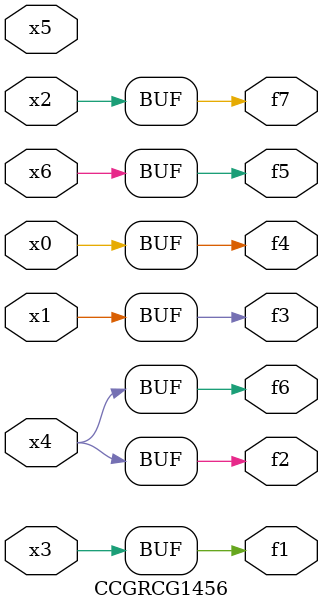
<source format=v>
module CCGRCG1456(
	input x0, x1, x2, x3, x4, x5, x6,
	output f1, f2, f3, f4, f5, f6, f7
);
	assign f1 = x3;
	assign f2 = x4;
	assign f3 = x1;
	assign f4 = x0;
	assign f5 = x6;
	assign f6 = x4;
	assign f7 = x2;
endmodule

</source>
